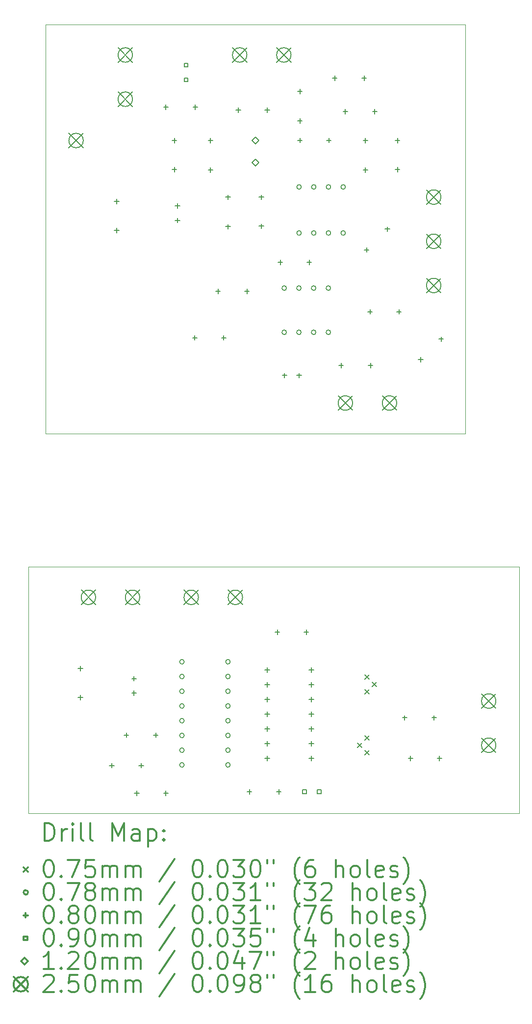
<source format=gbr>
%FSLAX45Y45*%
G04 Gerber Fmt 4.5, Leading zero omitted, Abs format (unit mm)*
G04 Created by KiCad (PCBNEW 5.1.5-1.fc30) date 2021-07-16 22:34:40*
%MOMM*%
%LPD*%
G04 APERTURE LIST*
%TA.AperFunction,Profile*%
%ADD10C,0.100000*%
%TD*%
%ADD11C,0.200000*%
%ADD12C,0.300000*%
G04 APERTURE END LIST*
D10*
X12100000Y-11150000D02*
X12100000Y-15400000D01*
X3625000Y-11150000D02*
X12100000Y-11150000D01*
X3625000Y-15400000D02*
X3625000Y-11150000D01*
X12100000Y-15400000D02*
X3625000Y-15400000D01*
X11175000Y-1800000D02*
X11175000Y-8850000D01*
X3925000Y-1800000D02*
X11175000Y-1800000D01*
X3925000Y-8850000D02*
X3925000Y-1800000D01*
X11175000Y-8850000D02*
X3925000Y-8850000D01*
D11*
X9310500Y-14185500D02*
X9385500Y-14260500D01*
X9385500Y-14185500D02*
X9310500Y-14260500D01*
X9437500Y-14058500D02*
X9512500Y-14133500D01*
X9512500Y-14058500D02*
X9437500Y-14133500D01*
X9437500Y-14312500D02*
X9512500Y-14387500D01*
X9512500Y-14312500D02*
X9437500Y-14387500D01*
X9437500Y-13012500D02*
X9512500Y-13087500D01*
X9512500Y-13012500D02*
X9437500Y-13087500D01*
X9437500Y-13266500D02*
X9512500Y-13341500D01*
X9512500Y-13266500D02*
X9437500Y-13341500D01*
X9564500Y-13139500D02*
X9639500Y-13214500D01*
X9639500Y-13139500D02*
X9564500Y-13214500D01*
X8083000Y-6344000D02*
G75*
G03X8083000Y-6344000I-39000J0D01*
G01*
X8083000Y-7106000D02*
G75*
G03X8083000Y-7106000I-39000J0D01*
G01*
X8337000Y-6344000D02*
G75*
G03X8337000Y-6344000I-39000J0D01*
G01*
X8337000Y-7106000D02*
G75*
G03X8337000Y-7106000I-39000J0D01*
G01*
X8591000Y-6344000D02*
G75*
G03X8591000Y-6344000I-39000J0D01*
G01*
X8591000Y-7106000D02*
G75*
G03X8591000Y-7106000I-39000J0D01*
G01*
X8845000Y-6344000D02*
G75*
G03X8845000Y-6344000I-39000J0D01*
G01*
X8845000Y-7106000D02*
G75*
G03X8845000Y-7106000I-39000J0D01*
G01*
X6317000Y-12786000D02*
G75*
G03X6317000Y-12786000I-39000J0D01*
G01*
X6317000Y-13040000D02*
G75*
G03X6317000Y-13040000I-39000J0D01*
G01*
X6317000Y-13294000D02*
G75*
G03X6317000Y-13294000I-39000J0D01*
G01*
X6317000Y-13548000D02*
G75*
G03X6317000Y-13548000I-39000J0D01*
G01*
X6317000Y-13802000D02*
G75*
G03X6317000Y-13802000I-39000J0D01*
G01*
X6317000Y-14056000D02*
G75*
G03X6317000Y-14056000I-39000J0D01*
G01*
X6317000Y-14310000D02*
G75*
G03X6317000Y-14310000I-39000J0D01*
G01*
X6317000Y-14564000D02*
G75*
G03X6317000Y-14564000I-39000J0D01*
G01*
X7111000Y-12786000D02*
G75*
G03X7111000Y-12786000I-39000J0D01*
G01*
X7111000Y-13040000D02*
G75*
G03X7111000Y-13040000I-39000J0D01*
G01*
X7111000Y-13294000D02*
G75*
G03X7111000Y-13294000I-39000J0D01*
G01*
X7111000Y-13548000D02*
G75*
G03X7111000Y-13548000I-39000J0D01*
G01*
X7111000Y-13802000D02*
G75*
G03X7111000Y-13802000I-39000J0D01*
G01*
X7111000Y-14056000D02*
G75*
G03X7111000Y-14056000I-39000J0D01*
G01*
X7111000Y-14310000D02*
G75*
G03X7111000Y-14310000I-39000J0D01*
G01*
X7111000Y-14564000D02*
G75*
G03X7111000Y-14564000I-39000J0D01*
G01*
X8339000Y-4600000D02*
G75*
G03X8339000Y-4600000I-39000J0D01*
G01*
X8339000Y-5394000D02*
G75*
G03X8339000Y-5394000I-39000J0D01*
G01*
X8593000Y-4600000D02*
G75*
G03X8593000Y-4600000I-39000J0D01*
G01*
X8593000Y-5394000D02*
G75*
G03X8593000Y-5394000I-39000J0D01*
G01*
X8847000Y-4600000D02*
G75*
G03X8847000Y-4600000I-39000J0D01*
G01*
X8847000Y-5394000D02*
G75*
G03X8847000Y-5394000I-39000J0D01*
G01*
X9101000Y-4600000D02*
G75*
G03X9101000Y-4600000I-39000J0D01*
G01*
X9101000Y-5394000D02*
G75*
G03X9101000Y-5394000I-39000J0D01*
G01*
X7975000Y-5860000D02*
X7975000Y-5940000D01*
X7935000Y-5900000D02*
X8015000Y-5900000D01*
X8475000Y-5860000D02*
X8475000Y-5940000D01*
X8435000Y-5900000D02*
X8515000Y-5900000D01*
X9100000Y-3260000D02*
X9100000Y-3340000D01*
X9060000Y-3300000D02*
X9140000Y-3300000D01*
X9608000Y-3260000D02*
X9608000Y-3340000D01*
X9568000Y-3300000D02*
X9648000Y-3300000D01*
X5150000Y-4810000D02*
X5150000Y-4890000D01*
X5110000Y-4850000D02*
X5190000Y-4850000D01*
X5150000Y-5310000D02*
X5150000Y-5390000D01*
X5110000Y-5350000D02*
X5190000Y-5350000D01*
X6500000Y-7160000D02*
X6500000Y-7240000D01*
X6460000Y-7200000D02*
X6540000Y-7200000D01*
X7000000Y-7160000D02*
X7000000Y-7240000D01*
X6960000Y-7200000D02*
X7040000Y-7200000D01*
X6200000Y-4885000D02*
X6200000Y-4965000D01*
X6160000Y-4925000D02*
X6240000Y-4925000D01*
X6200000Y-5135000D02*
X6200000Y-5215000D01*
X6160000Y-5175000D02*
X6240000Y-5175000D01*
X7650000Y-4735000D02*
X7650000Y-4815000D01*
X7610000Y-4775000D02*
X7690000Y-4775000D01*
X7650000Y-5235000D02*
X7650000Y-5315000D01*
X7610000Y-5275000D02*
X7690000Y-5275000D01*
X6900000Y-6360000D02*
X6900000Y-6440000D01*
X6860000Y-6400000D02*
X6940000Y-6400000D01*
X7400000Y-6360000D02*
X7400000Y-6440000D01*
X7360000Y-6400000D02*
X7440000Y-6400000D01*
X10000000Y-3760000D02*
X10000000Y-3840000D01*
X9960000Y-3800000D02*
X10040000Y-3800000D01*
X10000000Y-4260000D02*
X10000000Y-4340000D01*
X9960000Y-4300000D02*
X10040000Y-4300000D01*
X7075000Y-4735000D02*
X7075000Y-4815000D01*
X7035000Y-4775000D02*
X7115000Y-4775000D01*
X7075000Y-5243000D02*
X7075000Y-5323000D01*
X7035000Y-5283000D02*
X7115000Y-5283000D01*
X9025000Y-7635000D02*
X9025000Y-7715000D01*
X8985000Y-7675000D02*
X9065000Y-7675000D01*
X9533000Y-7635000D02*
X9533000Y-7715000D01*
X9493000Y-7675000D02*
X9573000Y-7675000D01*
X9446636Y-3758755D02*
X9446636Y-3838755D01*
X9406636Y-3798755D02*
X9486636Y-3798755D01*
X9446636Y-4266755D02*
X9446636Y-4346755D01*
X9406636Y-4306755D02*
X9486636Y-4306755D01*
X6772589Y-3757632D02*
X6772589Y-3837632D01*
X6732589Y-3797632D02*
X6812589Y-3797632D01*
X6772589Y-4265632D02*
X6772589Y-4345632D01*
X6732589Y-4305632D02*
X6812589Y-4305632D01*
X8313767Y-3755168D02*
X8313767Y-3835168D01*
X8273767Y-3795168D02*
X8353767Y-3795168D01*
X8813767Y-3755168D02*
X8813767Y-3835168D01*
X8773767Y-3795168D02*
X8853767Y-3795168D01*
X9525000Y-6710000D02*
X9525000Y-6790000D01*
X9485000Y-6750000D02*
X9565000Y-6750000D01*
X10025000Y-6710000D02*
X10025000Y-6790000D01*
X9985000Y-6750000D02*
X10065000Y-6750000D01*
X5317000Y-14010000D02*
X5317000Y-14090000D01*
X5277000Y-14050000D02*
X5357000Y-14050000D01*
X5825000Y-14010000D02*
X5825000Y-14090000D01*
X5785000Y-14050000D02*
X5865000Y-14050000D01*
X8050000Y-7810000D02*
X8050000Y-7890000D01*
X8010000Y-7850000D02*
X8090000Y-7850000D01*
X8300000Y-7810000D02*
X8300000Y-7890000D01*
X8260000Y-7850000D02*
X8340000Y-7850000D01*
X10125000Y-13710000D02*
X10125000Y-13790000D01*
X10085000Y-13750000D02*
X10165000Y-13750000D01*
X10633000Y-13710000D02*
X10633000Y-13790000D01*
X10593000Y-13750000D02*
X10673000Y-13750000D01*
X8314565Y-2914008D02*
X8314565Y-2994008D01*
X8274565Y-2954008D02*
X8354565Y-2954008D01*
X8314565Y-3422008D02*
X8314565Y-3502008D01*
X8274565Y-3462008D02*
X8354565Y-3462008D01*
X10400000Y-7535000D02*
X10400000Y-7615000D01*
X10360000Y-7575000D02*
X10440000Y-7575000D01*
X10753553Y-7181447D02*
X10753553Y-7261447D01*
X10713553Y-7221447D02*
X10793553Y-7221447D01*
X5067000Y-14535000D02*
X5067000Y-14615000D01*
X5027000Y-14575000D02*
X5107000Y-14575000D01*
X5575000Y-14535000D02*
X5575000Y-14615000D01*
X5535000Y-14575000D02*
X5615000Y-14575000D01*
X4525000Y-12860000D02*
X4525000Y-12940000D01*
X4485000Y-12900000D02*
X4565000Y-12900000D01*
X4525000Y-13360000D02*
X4525000Y-13440000D01*
X4485000Y-13400000D02*
X4565000Y-13400000D01*
X10225000Y-14410000D02*
X10225000Y-14490000D01*
X10185000Y-14450000D02*
X10265000Y-14450000D01*
X10725000Y-14410000D02*
X10725000Y-14490000D01*
X10685000Y-14450000D02*
X10765000Y-14450000D01*
X6146889Y-3757632D02*
X6146889Y-3837632D01*
X6106889Y-3797632D02*
X6186889Y-3797632D01*
X6146889Y-4257632D02*
X6146889Y-4337632D01*
X6106889Y-4297632D02*
X6186889Y-4297632D01*
X7442000Y-14985000D02*
X7442000Y-15065000D01*
X7402000Y-15025000D02*
X7482000Y-15025000D01*
X7950000Y-14985000D02*
X7950000Y-15065000D01*
X7910000Y-15025000D02*
X7990000Y-15025000D01*
X7750000Y-12885000D02*
X7750000Y-12965000D01*
X7710000Y-12925000D02*
X7790000Y-12925000D01*
X7750000Y-13139000D02*
X7750000Y-13219000D01*
X7710000Y-13179000D02*
X7790000Y-13179000D01*
X7750000Y-13393000D02*
X7750000Y-13473000D01*
X7710000Y-13433000D02*
X7790000Y-13433000D01*
X7750000Y-13647000D02*
X7750000Y-13727000D01*
X7710000Y-13687000D02*
X7790000Y-13687000D01*
X7750000Y-13901000D02*
X7750000Y-13981000D01*
X7710000Y-13941000D02*
X7790000Y-13941000D01*
X7750000Y-14155000D02*
X7750000Y-14235000D01*
X7710000Y-14195000D02*
X7790000Y-14195000D01*
X7750000Y-14409000D02*
X7750000Y-14489000D01*
X7710000Y-14449000D02*
X7790000Y-14449000D01*
X8512000Y-12885000D02*
X8512000Y-12965000D01*
X8472000Y-12925000D02*
X8552000Y-12925000D01*
X8512000Y-13139000D02*
X8512000Y-13219000D01*
X8472000Y-13179000D02*
X8552000Y-13179000D01*
X8512000Y-13393000D02*
X8512000Y-13473000D01*
X8472000Y-13433000D02*
X8552000Y-13433000D01*
X8512000Y-13647000D02*
X8512000Y-13727000D01*
X8472000Y-13687000D02*
X8552000Y-13687000D01*
X8512000Y-13901000D02*
X8512000Y-13981000D01*
X8472000Y-13941000D02*
X8552000Y-13941000D01*
X8512000Y-14155000D02*
X8512000Y-14235000D01*
X8472000Y-14195000D02*
X8552000Y-14195000D01*
X8512000Y-14409000D02*
X8512000Y-14489000D01*
X8472000Y-14449000D02*
X8552000Y-14449000D01*
X5500000Y-15010000D02*
X5500000Y-15090000D01*
X5460000Y-15050000D02*
X5540000Y-15050000D01*
X6000000Y-15010000D02*
X6000000Y-15090000D01*
X5960000Y-15050000D02*
X6040000Y-15050000D01*
X9465790Y-5644210D02*
X9465790Y-5724210D01*
X9425790Y-5684210D02*
X9505790Y-5684210D01*
X9825000Y-5285000D02*
X9825000Y-5365000D01*
X9785000Y-5325000D02*
X9865000Y-5325000D01*
X7250000Y-3235000D02*
X7250000Y-3315000D01*
X7210000Y-3275000D02*
X7290000Y-3275000D01*
X7750000Y-3235000D02*
X7750000Y-3315000D01*
X7710000Y-3275000D02*
X7790000Y-3275000D01*
X7925000Y-12235000D02*
X7925000Y-12315000D01*
X7885000Y-12275000D02*
X7965000Y-12275000D01*
X8425000Y-12235000D02*
X8425000Y-12315000D01*
X8385000Y-12275000D02*
X8465000Y-12275000D01*
X6000000Y-3185000D02*
X6000000Y-3265000D01*
X5960000Y-3225000D02*
X6040000Y-3225000D01*
X6508000Y-3185000D02*
X6508000Y-3265000D01*
X6468000Y-3225000D02*
X6548000Y-3225000D01*
X8917000Y-2685000D02*
X8917000Y-2765000D01*
X8877000Y-2725000D02*
X8957000Y-2725000D01*
X9425000Y-2685000D02*
X9425000Y-2765000D01*
X9385000Y-2725000D02*
X9465000Y-2725000D01*
X5450000Y-13035000D02*
X5450000Y-13115000D01*
X5410000Y-13075000D02*
X5490000Y-13075000D01*
X5450000Y-13285000D02*
X5450000Y-13365000D01*
X5410000Y-13325000D02*
X5490000Y-13325000D01*
X8427820Y-15056820D02*
X8427820Y-14993180D01*
X8364180Y-14993180D01*
X8364180Y-15056820D01*
X8427820Y-15056820D01*
X8681820Y-15056820D02*
X8681820Y-14993180D01*
X8618180Y-14993180D01*
X8618180Y-15056820D01*
X8681820Y-15056820D01*
X6381820Y-2531820D02*
X6381820Y-2468180D01*
X6318180Y-2468180D01*
X6318180Y-2531820D01*
X6381820Y-2531820D01*
X6381820Y-2785820D02*
X6381820Y-2722180D01*
X6318180Y-2722180D01*
X6318180Y-2785820D01*
X6381820Y-2785820D01*
X7549775Y-3857632D02*
X7609775Y-3797632D01*
X7549775Y-3737632D01*
X7489775Y-3797632D01*
X7549775Y-3857632D01*
X7549775Y-4238632D02*
X7609775Y-4178632D01*
X7549775Y-4118632D01*
X7489775Y-4178632D01*
X7549775Y-4238632D01*
X5175032Y-2200032D02*
X5424968Y-2449968D01*
X5424968Y-2200032D02*
X5175032Y-2449968D01*
X5424968Y-2325000D02*
G75*
G03X5424968Y-2325000I-124968J0D01*
G01*
X5175032Y-2962032D02*
X5424968Y-3211968D01*
X5424968Y-2962032D02*
X5175032Y-3211968D01*
X5424968Y-3087000D02*
G75*
G03X5424968Y-3087000I-124968J0D01*
G01*
X11450032Y-13338032D02*
X11699968Y-13587968D01*
X11699968Y-13338032D02*
X11450032Y-13587968D01*
X11699968Y-13463000D02*
G75*
G03X11699968Y-13463000I-124968J0D01*
G01*
X11450032Y-14100032D02*
X11699968Y-14349968D01*
X11699968Y-14100032D02*
X11450032Y-14349968D01*
X11699968Y-14225000D02*
G75*
G03X11699968Y-14225000I-124968J0D01*
G01*
X4538032Y-11550032D02*
X4787968Y-11799968D01*
X4787968Y-11550032D02*
X4538032Y-11799968D01*
X4787968Y-11675000D02*
G75*
G03X4787968Y-11675000I-124968J0D01*
G01*
X5300032Y-11550032D02*
X5549968Y-11799968D01*
X5549968Y-11550032D02*
X5300032Y-11799968D01*
X5549968Y-11675000D02*
G75*
G03X5549968Y-11675000I-124968J0D01*
G01*
X4325032Y-3675032D02*
X4574968Y-3924968D01*
X4574968Y-3675032D02*
X4325032Y-3924968D01*
X4574968Y-3800000D02*
G75*
G03X4574968Y-3800000I-124968J0D01*
G01*
X6313032Y-11550032D02*
X6562968Y-11799968D01*
X6562968Y-11550032D02*
X6313032Y-11799968D01*
X6562968Y-11675000D02*
G75*
G03X6562968Y-11675000I-124968J0D01*
G01*
X7075032Y-11550032D02*
X7324968Y-11799968D01*
X7324968Y-11550032D02*
X7075032Y-11799968D01*
X7324968Y-11675000D02*
G75*
G03X7324968Y-11675000I-124968J0D01*
G01*
X8975032Y-8200032D02*
X9224968Y-8449968D01*
X9224968Y-8200032D02*
X8975032Y-8449968D01*
X9224968Y-8325000D02*
G75*
G03X9224968Y-8325000I-124968J0D01*
G01*
X9737032Y-8200032D02*
X9986968Y-8449968D01*
X9986968Y-8200032D02*
X9737032Y-8449968D01*
X9986968Y-8325000D02*
G75*
G03X9986968Y-8325000I-124968J0D01*
G01*
X10500032Y-4650032D02*
X10749968Y-4899968D01*
X10749968Y-4650032D02*
X10500032Y-4899968D01*
X10749968Y-4775000D02*
G75*
G03X10749968Y-4775000I-124968J0D01*
G01*
X10500032Y-5412032D02*
X10749968Y-5661968D01*
X10749968Y-5412032D02*
X10500032Y-5661968D01*
X10749968Y-5537000D02*
G75*
G03X10749968Y-5537000I-124968J0D01*
G01*
X10500032Y-6174032D02*
X10749968Y-6423968D01*
X10749968Y-6174032D02*
X10500032Y-6423968D01*
X10749968Y-6299000D02*
G75*
G03X10749968Y-6299000I-124968J0D01*
G01*
X7150032Y-2200032D02*
X7399968Y-2449968D01*
X7399968Y-2200032D02*
X7150032Y-2449968D01*
X7399968Y-2325000D02*
G75*
G03X7399968Y-2325000I-124968J0D01*
G01*
X7912032Y-2200032D02*
X8161968Y-2449968D01*
X8161968Y-2200032D02*
X7912032Y-2449968D01*
X8161968Y-2325000D02*
G75*
G03X8161968Y-2325000I-124968J0D01*
G01*
D12*
X3906428Y-15870714D02*
X3906428Y-15570714D01*
X3977857Y-15570714D01*
X4020714Y-15585000D01*
X4049286Y-15613571D01*
X4063571Y-15642143D01*
X4077857Y-15699286D01*
X4077857Y-15742143D01*
X4063571Y-15799286D01*
X4049286Y-15827857D01*
X4020714Y-15856429D01*
X3977857Y-15870714D01*
X3906428Y-15870714D01*
X4206428Y-15870714D02*
X4206428Y-15670714D01*
X4206428Y-15727857D02*
X4220714Y-15699286D01*
X4235000Y-15685000D01*
X4263571Y-15670714D01*
X4292143Y-15670714D01*
X4392143Y-15870714D02*
X4392143Y-15670714D01*
X4392143Y-15570714D02*
X4377857Y-15585000D01*
X4392143Y-15599286D01*
X4406428Y-15585000D01*
X4392143Y-15570714D01*
X4392143Y-15599286D01*
X4577857Y-15870714D02*
X4549286Y-15856429D01*
X4535000Y-15827857D01*
X4535000Y-15570714D01*
X4735000Y-15870714D02*
X4706428Y-15856429D01*
X4692143Y-15827857D01*
X4692143Y-15570714D01*
X5077857Y-15870714D02*
X5077857Y-15570714D01*
X5177857Y-15785000D01*
X5277857Y-15570714D01*
X5277857Y-15870714D01*
X5549286Y-15870714D02*
X5549286Y-15713571D01*
X5535000Y-15685000D01*
X5506428Y-15670714D01*
X5449286Y-15670714D01*
X5420714Y-15685000D01*
X5549286Y-15856429D02*
X5520714Y-15870714D01*
X5449286Y-15870714D01*
X5420714Y-15856429D01*
X5406428Y-15827857D01*
X5406428Y-15799286D01*
X5420714Y-15770714D01*
X5449286Y-15756429D01*
X5520714Y-15756429D01*
X5549286Y-15742143D01*
X5692143Y-15670714D02*
X5692143Y-15970714D01*
X5692143Y-15685000D02*
X5720714Y-15670714D01*
X5777857Y-15670714D01*
X5806428Y-15685000D01*
X5820714Y-15699286D01*
X5835000Y-15727857D01*
X5835000Y-15813571D01*
X5820714Y-15842143D01*
X5806428Y-15856429D01*
X5777857Y-15870714D01*
X5720714Y-15870714D01*
X5692143Y-15856429D01*
X5963571Y-15842143D02*
X5977857Y-15856429D01*
X5963571Y-15870714D01*
X5949286Y-15856429D01*
X5963571Y-15842143D01*
X5963571Y-15870714D01*
X5963571Y-15685000D02*
X5977857Y-15699286D01*
X5963571Y-15713571D01*
X5949286Y-15699286D01*
X5963571Y-15685000D01*
X5963571Y-15713571D01*
X3545000Y-16327500D02*
X3620000Y-16402500D01*
X3620000Y-16327500D02*
X3545000Y-16402500D01*
X3963571Y-16200714D02*
X3992143Y-16200714D01*
X4020714Y-16215000D01*
X4035000Y-16229286D01*
X4049286Y-16257857D01*
X4063571Y-16315000D01*
X4063571Y-16386429D01*
X4049286Y-16443571D01*
X4035000Y-16472143D01*
X4020714Y-16486429D01*
X3992143Y-16500714D01*
X3963571Y-16500714D01*
X3935000Y-16486429D01*
X3920714Y-16472143D01*
X3906428Y-16443571D01*
X3892143Y-16386429D01*
X3892143Y-16315000D01*
X3906428Y-16257857D01*
X3920714Y-16229286D01*
X3935000Y-16215000D01*
X3963571Y-16200714D01*
X4192143Y-16472143D02*
X4206428Y-16486429D01*
X4192143Y-16500714D01*
X4177857Y-16486429D01*
X4192143Y-16472143D01*
X4192143Y-16500714D01*
X4306428Y-16200714D02*
X4506428Y-16200714D01*
X4377857Y-16500714D01*
X4763571Y-16200714D02*
X4620714Y-16200714D01*
X4606428Y-16343571D01*
X4620714Y-16329286D01*
X4649286Y-16315000D01*
X4720714Y-16315000D01*
X4749286Y-16329286D01*
X4763571Y-16343571D01*
X4777857Y-16372143D01*
X4777857Y-16443571D01*
X4763571Y-16472143D01*
X4749286Y-16486429D01*
X4720714Y-16500714D01*
X4649286Y-16500714D01*
X4620714Y-16486429D01*
X4606428Y-16472143D01*
X4906428Y-16500714D02*
X4906428Y-16300714D01*
X4906428Y-16329286D02*
X4920714Y-16315000D01*
X4949286Y-16300714D01*
X4992143Y-16300714D01*
X5020714Y-16315000D01*
X5035000Y-16343571D01*
X5035000Y-16500714D01*
X5035000Y-16343571D02*
X5049286Y-16315000D01*
X5077857Y-16300714D01*
X5120714Y-16300714D01*
X5149286Y-16315000D01*
X5163571Y-16343571D01*
X5163571Y-16500714D01*
X5306428Y-16500714D02*
X5306428Y-16300714D01*
X5306428Y-16329286D02*
X5320714Y-16315000D01*
X5349286Y-16300714D01*
X5392143Y-16300714D01*
X5420714Y-16315000D01*
X5435000Y-16343571D01*
X5435000Y-16500714D01*
X5435000Y-16343571D02*
X5449286Y-16315000D01*
X5477857Y-16300714D01*
X5520714Y-16300714D01*
X5549286Y-16315000D01*
X5563571Y-16343571D01*
X5563571Y-16500714D01*
X6149286Y-16186429D02*
X5892143Y-16572143D01*
X6535000Y-16200714D02*
X6563571Y-16200714D01*
X6592143Y-16215000D01*
X6606428Y-16229286D01*
X6620714Y-16257857D01*
X6635000Y-16315000D01*
X6635000Y-16386429D01*
X6620714Y-16443571D01*
X6606428Y-16472143D01*
X6592143Y-16486429D01*
X6563571Y-16500714D01*
X6535000Y-16500714D01*
X6506428Y-16486429D01*
X6492143Y-16472143D01*
X6477857Y-16443571D01*
X6463571Y-16386429D01*
X6463571Y-16315000D01*
X6477857Y-16257857D01*
X6492143Y-16229286D01*
X6506428Y-16215000D01*
X6535000Y-16200714D01*
X6763571Y-16472143D02*
X6777857Y-16486429D01*
X6763571Y-16500714D01*
X6749286Y-16486429D01*
X6763571Y-16472143D01*
X6763571Y-16500714D01*
X6963571Y-16200714D02*
X6992143Y-16200714D01*
X7020714Y-16215000D01*
X7035000Y-16229286D01*
X7049286Y-16257857D01*
X7063571Y-16315000D01*
X7063571Y-16386429D01*
X7049286Y-16443571D01*
X7035000Y-16472143D01*
X7020714Y-16486429D01*
X6992143Y-16500714D01*
X6963571Y-16500714D01*
X6935000Y-16486429D01*
X6920714Y-16472143D01*
X6906428Y-16443571D01*
X6892143Y-16386429D01*
X6892143Y-16315000D01*
X6906428Y-16257857D01*
X6920714Y-16229286D01*
X6935000Y-16215000D01*
X6963571Y-16200714D01*
X7163571Y-16200714D02*
X7349286Y-16200714D01*
X7249286Y-16315000D01*
X7292143Y-16315000D01*
X7320714Y-16329286D01*
X7335000Y-16343571D01*
X7349286Y-16372143D01*
X7349286Y-16443571D01*
X7335000Y-16472143D01*
X7320714Y-16486429D01*
X7292143Y-16500714D01*
X7206428Y-16500714D01*
X7177857Y-16486429D01*
X7163571Y-16472143D01*
X7535000Y-16200714D02*
X7563571Y-16200714D01*
X7592143Y-16215000D01*
X7606428Y-16229286D01*
X7620714Y-16257857D01*
X7635000Y-16315000D01*
X7635000Y-16386429D01*
X7620714Y-16443571D01*
X7606428Y-16472143D01*
X7592143Y-16486429D01*
X7563571Y-16500714D01*
X7535000Y-16500714D01*
X7506428Y-16486429D01*
X7492143Y-16472143D01*
X7477857Y-16443571D01*
X7463571Y-16386429D01*
X7463571Y-16315000D01*
X7477857Y-16257857D01*
X7492143Y-16229286D01*
X7506428Y-16215000D01*
X7535000Y-16200714D01*
X7749286Y-16200714D02*
X7749286Y-16257857D01*
X7863571Y-16200714D02*
X7863571Y-16257857D01*
X8306428Y-16615000D02*
X8292143Y-16600714D01*
X8263571Y-16557857D01*
X8249286Y-16529286D01*
X8235000Y-16486429D01*
X8220714Y-16415000D01*
X8220714Y-16357857D01*
X8235000Y-16286429D01*
X8249286Y-16243571D01*
X8263571Y-16215000D01*
X8292143Y-16172143D01*
X8306428Y-16157857D01*
X8549286Y-16200714D02*
X8492143Y-16200714D01*
X8463571Y-16215000D01*
X8449286Y-16229286D01*
X8420714Y-16272143D01*
X8406428Y-16329286D01*
X8406428Y-16443571D01*
X8420714Y-16472143D01*
X8435000Y-16486429D01*
X8463571Y-16500714D01*
X8520714Y-16500714D01*
X8549286Y-16486429D01*
X8563571Y-16472143D01*
X8577857Y-16443571D01*
X8577857Y-16372143D01*
X8563571Y-16343571D01*
X8549286Y-16329286D01*
X8520714Y-16315000D01*
X8463571Y-16315000D01*
X8435000Y-16329286D01*
X8420714Y-16343571D01*
X8406428Y-16372143D01*
X8935000Y-16500714D02*
X8935000Y-16200714D01*
X9063571Y-16500714D02*
X9063571Y-16343571D01*
X9049286Y-16315000D01*
X9020714Y-16300714D01*
X8977857Y-16300714D01*
X8949286Y-16315000D01*
X8935000Y-16329286D01*
X9249286Y-16500714D02*
X9220714Y-16486429D01*
X9206428Y-16472143D01*
X9192143Y-16443571D01*
X9192143Y-16357857D01*
X9206428Y-16329286D01*
X9220714Y-16315000D01*
X9249286Y-16300714D01*
X9292143Y-16300714D01*
X9320714Y-16315000D01*
X9335000Y-16329286D01*
X9349286Y-16357857D01*
X9349286Y-16443571D01*
X9335000Y-16472143D01*
X9320714Y-16486429D01*
X9292143Y-16500714D01*
X9249286Y-16500714D01*
X9520714Y-16500714D02*
X9492143Y-16486429D01*
X9477857Y-16457857D01*
X9477857Y-16200714D01*
X9749286Y-16486429D02*
X9720714Y-16500714D01*
X9663571Y-16500714D01*
X9635000Y-16486429D01*
X9620714Y-16457857D01*
X9620714Y-16343571D01*
X9635000Y-16315000D01*
X9663571Y-16300714D01*
X9720714Y-16300714D01*
X9749286Y-16315000D01*
X9763571Y-16343571D01*
X9763571Y-16372143D01*
X9620714Y-16400714D01*
X9877857Y-16486429D02*
X9906428Y-16500714D01*
X9963571Y-16500714D01*
X9992143Y-16486429D01*
X10006428Y-16457857D01*
X10006428Y-16443571D01*
X9992143Y-16415000D01*
X9963571Y-16400714D01*
X9920714Y-16400714D01*
X9892143Y-16386429D01*
X9877857Y-16357857D01*
X9877857Y-16343571D01*
X9892143Y-16315000D01*
X9920714Y-16300714D01*
X9963571Y-16300714D01*
X9992143Y-16315000D01*
X10106428Y-16615000D02*
X10120714Y-16600714D01*
X10149286Y-16557857D01*
X10163571Y-16529286D01*
X10177857Y-16486429D01*
X10192143Y-16415000D01*
X10192143Y-16357857D01*
X10177857Y-16286429D01*
X10163571Y-16243571D01*
X10149286Y-16215000D01*
X10120714Y-16172143D01*
X10106428Y-16157857D01*
X3620000Y-16761000D02*
G75*
G03X3620000Y-16761000I-39000J0D01*
G01*
X3963571Y-16596714D02*
X3992143Y-16596714D01*
X4020714Y-16611000D01*
X4035000Y-16625286D01*
X4049286Y-16653857D01*
X4063571Y-16711000D01*
X4063571Y-16782429D01*
X4049286Y-16839572D01*
X4035000Y-16868143D01*
X4020714Y-16882429D01*
X3992143Y-16896714D01*
X3963571Y-16896714D01*
X3935000Y-16882429D01*
X3920714Y-16868143D01*
X3906428Y-16839572D01*
X3892143Y-16782429D01*
X3892143Y-16711000D01*
X3906428Y-16653857D01*
X3920714Y-16625286D01*
X3935000Y-16611000D01*
X3963571Y-16596714D01*
X4192143Y-16868143D02*
X4206428Y-16882429D01*
X4192143Y-16896714D01*
X4177857Y-16882429D01*
X4192143Y-16868143D01*
X4192143Y-16896714D01*
X4306428Y-16596714D02*
X4506428Y-16596714D01*
X4377857Y-16896714D01*
X4663571Y-16725286D02*
X4635000Y-16711000D01*
X4620714Y-16696714D01*
X4606428Y-16668143D01*
X4606428Y-16653857D01*
X4620714Y-16625286D01*
X4635000Y-16611000D01*
X4663571Y-16596714D01*
X4720714Y-16596714D01*
X4749286Y-16611000D01*
X4763571Y-16625286D01*
X4777857Y-16653857D01*
X4777857Y-16668143D01*
X4763571Y-16696714D01*
X4749286Y-16711000D01*
X4720714Y-16725286D01*
X4663571Y-16725286D01*
X4635000Y-16739571D01*
X4620714Y-16753857D01*
X4606428Y-16782429D01*
X4606428Y-16839572D01*
X4620714Y-16868143D01*
X4635000Y-16882429D01*
X4663571Y-16896714D01*
X4720714Y-16896714D01*
X4749286Y-16882429D01*
X4763571Y-16868143D01*
X4777857Y-16839572D01*
X4777857Y-16782429D01*
X4763571Y-16753857D01*
X4749286Y-16739571D01*
X4720714Y-16725286D01*
X4906428Y-16896714D02*
X4906428Y-16696714D01*
X4906428Y-16725286D02*
X4920714Y-16711000D01*
X4949286Y-16696714D01*
X4992143Y-16696714D01*
X5020714Y-16711000D01*
X5035000Y-16739571D01*
X5035000Y-16896714D01*
X5035000Y-16739571D02*
X5049286Y-16711000D01*
X5077857Y-16696714D01*
X5120714Y-16696714D01*
X5149286Y-16711000D01*
X5163571Y-16739571D01*
X5163571Y-16896714D01*
X5306428Y-16896714D02*
X5306428Y-16696714D01*
X5306428Y-16725286D02*
X5320714Y-16711000D01*
X5349286Y-16696714D01*
X5392143Y-16696714D01*
X5420714Y-16711000D01*
X5435000Y-16739571D01*
X5435000Y-16896714D01*
X5435000Y-16739571D02*
X5449286Y-16711000D01*
X5477857Y-16696714D01*
X5520714Y-16696714D01*
X5549286Y-16711000D01*
X5563571Y-16739571D01*
X5563571Y-16896714D01*
X6149286Y-16582429D02*
X5892143Y-16968143D01*
X6535000Y-16596714D02*
X6563571Y-16596714D01*
X6592143Y-16611000D01*
X6606428Y-16625286D01*
X6620714Y-16653857D01*
X6635000Y-16711000D01*
X6635000Y-16782429D01*
X6620714Y-16839572D01*
X6606428Y-16868143D01*
X6592143Y-16882429D01*
X6563571Y-16896714D01*
X6535000Y-16896714D01*
X6506428Y-16882429D01*
X6492143Y-16868143D01*
X6477857Y-16839572D01*
X6463571Y-16782429D01*
X6463571Y-16711000D01*
X6477857Y-16653857D01*
X6492143Y-16625286D01*
X6506428Y-16611000D01*
X6535000Y-16596714D01*
X6763571Y-16868143D02*
X6777857Y-16882429D01*
X6763571Y-16896714D01*
X6749286Y-16882429D01*
X6763571Y-16868143D01*
X6763571Y-16896714D01*
X6963571Y-16596714D02*
X6992143Y-16596714D01*
X7020714Y-16611000D01*
X7035000Y-16625286D01*
X7049286Y-16653857D01*
X7063571Y-16711000D01*
X7063571Y-16782429D01*
X7049286Y-16839572D01*
X7035000Y-16868143D01*
X7020714Y-16882429D01*
X6992143Y-16896714D01*
X6963571Y-16896714D01*
X6935000Y-16882429D01*
X6920714Y-16868143D01*
X6906428Y-16839572D01*
X6892143Y-16782429D01*
X6892143Y-16711000D01*
X6906428Y-16653857D01*
X6920714Y-16625286D01*
X6935000Y-16611000D01*
X6963571Y-16596714D01*
X7163571Y-16596714D02*
X7349286Y-16596714D01*
X7249286Y-16711000D01*
X7292143Y-16711000D01*
X7320714Y-16725286D01*
X7335000Y-16739571D01*
X7349286Y-16768143D01*
X7349286Y-16839572D01*
X7335000Y-16868143D01*
X7320714Y-16882429D01*
X7292143Y-16896714D01*
X7206428Y-16896714D01*
X7177857Y-16882429D01*
X7163571Y-16868143D01*
X7635000Y-16896714D02*
X7463571Y-16896714D01*
X7549286Y-16896714D02*
X7549286Y-16596714D01*
X7520714Y-16639571D01*
X7492143Y-16668143D01*
X7463571Y-16682429D01*
X7749286Y-16596714D02*
X7749286Y-16653857D01*
X7863571Y-16596714D02*
X7863571Y-16653857D01*
X8306428Y-17011000D02*
X8292143Y-16996714D01*
X8263571Y-16953857D01*
X8249286Y-16925286D01*
X8235000Y-16882429D01*
X8220714Y-16811000D01*
X8220714Y-16753857D01*
X8235000Y-16682429D01*
X8249286Y-16639571D01*
X8263571Y-16611000D01*
X8292143Y-16568143D01*
X8306428Y-16553857D01*
X8392143Y-16596714D02*
X8577857Y-16596714D01*
X8477857Y-16711000D01*
X8520714Y-16711000D01*
X8549286Y-16725286D01*
X8563571Y-16739571D01*
X8577857Y-16768143D01*
X8577857Y-16839572D01*
X8563571Y-16868143D01*
X8549286Y-16882429D01*
X8520714Y-16896714D01*
X8435000Y-16896714D01*
X8406428Y-16882429D01*
X8392143Y-16868143D01*
X8692143Y-16625286D02*
X8706428Y-16611000D01*
X8735000Y-16596714D01*
X8806428Y-16596714D01*
X8835000Y-16611000D01*
X8849286Y-16625286D01*
X8863571Y-16653857D01*
X8863571Y-16682429D01*
X8849286Y-16725286D01*
X8677857Y-16896714D01*
X8863571Y-16896714D01*
X9220714Y-16896714D02*
X9220714Y-16596714D01*
X9349286Y-16896714D02*
X9349286Y-16739571D01*
X9335000Y-16711000D01*
X9306428Y-16696714D01*
X9263571Y-16696714D01*
X9235000Y-16711000D01*
X9220714Y-16725286D01*
X9535000Y-16896714D02*
X9506428Y-16882429D01*
X9492143Y-16868143D01*
X9477857Y-16839572D01*
X9477857Y-16753857D01*
X9492143Y-16725286D01*
X9506428Y-16711000D01*
X9535000Y-16696714D01*
X9577857Y-16696714D01*
X9606428Y-16711000D01*
X9620714Y-16725286D01*
X9635000Y-16753857D01*
X9635000Y-16839572D01*
X9620714Y-16868143D01*
X9606428Y-16882429D01*
X9577857Y-16896714D01*
X9535000Y-16896714D01*
X9806428Y-16896714D02*
X9777857Y-16882429D01*
X9763571Y-16853857D01*
X9763571Y-16596714D01*
X10035000Y-16882429D02*
X10006428Y-16896714D01*
X9949286Y-16896714D01*
X9920714Y-16882429D01*
X9906428Y-16853857D01*
X9906428Y-16739571D01*
X9920714Y-16711000D01*
X9949286Y-16696714D01*
X10006428Y-16696714D01*
X10035000Y-16711000D01*
X10049286Y-16739571D01*
X10049286Y-16768143D01*
X9906428Y-16796714D01*
X10163571Y-16882429D02*
X10192143Y-16896714D01*
X10249286Y-16896714D01*
X10277857Y-16882429D01*
X10292143Y-16853857D01*
X10292143Y-16839572D01*
X10277857Y-16811000D01*
X10249286Y-16796714D01*
X10206428Y-16796714D01*
X10177857Y-16782429D01*
X10163571Y-16753857D01*
X10163571Y-16739571D01*
X10177857Y-16711000D01*
X10206428Y-16696714D01*
X10249286Y-16696714D01*
X10277857Y-16711000D01*
X10392143Y-17011000D02*
X10406428Y-16996714D01*
X10435000Y-16953857D01*
X10449286Y-16925286D01*
X10463571Y-16882429D01*
X10477857Y-16811000D01*
X10477857Y-16753857D01*
X10463571Y-16682429D01*
X10449286Y-16639571D01*
X10435000Y-16611000D01*
X10406428Y-16568143D01*
X10392143Y-16553857D01*
X3580000Y-17117000D02*
X3580000Y-17197000D01*
X3540000Y-17157000D02*
X3620000Y-17157000D01*
X3963571Y-16992714D02*
X3992143Y-16992714D01*
X4020714Y-17007000D01*
X4035000Y-17021286D01*
X4049286Y-17049857D01*
X4063571Y-17107000D01*
X4063571Y-17178429D01*
X4049286Y-17235572D01*
X4035000Y-17264143D01*
X4020714Y-17278429D01*
X3992143Y-17292714D01*
X3963571Y-17292714D01*
X3935000Y-17278429D01*
X3920714Y-17264143D01*
X3906428Y-17235572D01*
X3892143Y-17178429D01*
X3892143Y-17107000D01*
X3906428Y-17049857D01*
X3920714Y-17021286D01*
X3935000Y-17007000D01*
X3963571Y-16992714D01*
X4192143Y-17264143D02*
X4206428Y-17278429D01*
X4192143Y-17292714D01*
X4177857Y-17278429D01*
X4192143Y-17264143D01*
X4192143Y-17292714D01*
X4377857Y-17121286D02*
X4349286Y-17107000D01*
X4335000Y-17092714D01*
X4320714Y-17064143D01*
X4320714Y-17049857D01*
X4335000Y-17021286D01*
X4349286Y-17007000D01*
X4377857Y-16992714D01*
X4435000Y-16992714D01*
X4463571Y-17007000D01*
X4477857Y-17021286D01*
X4492143Y-17049857D01*
X4492143Y-17064143D01*
X4477857Y-17092714D01*
X4463571Y-17107000D01*
X4435000Y-17121286D01*
X4377857Y-17121286D01*
X4349286Y-17135572D01*
X4335000Y-17149857D01*
X4320714Y-17178429D01*
X4320714Y-17235572D01*
X4335000Y-17264143D01*
X4349286Y-17278429D01*
X4377857Y-17292714D01*
X4435000Y-17292714D01*
X4463571Y-17278429D01*
X4477857Y-17264143D01*
X4492143Y-17235572D01*
X4492143Y-17178429D01*
X4477857Y-17149857D01*
X4463571Y-17135572D01*
X4435000Y-17121286D01*
X4677857Y-16992714D02*
X4706428Y-16992714D01*
X4735000Y-17007000D01*
X4749286Y-17021286D01*
X4763571Y-17049857D01*
X4777857Y-17107000D01*
X4777857Y-17178429D01*
X4763571Y-17235572D01*
X4749286Y-17264143D01*
X4735000Y-17278429D01*
X4706428Y-17292714D01*
X4677857Y-17292714D01*
X4649286Y-17278429D01*
X4635000Y-17264143D01*
X4620714Y-17235572D01*
X4606428Y-17178429D01*
X4606428Y-17107000D01*
X4620714Y-17049857D01*
X4635000Y-17021286D01*
X4649286Y-17007000D01*
X4677857Y-16992714D01*
X4906428Y-17292714D02*
X4906428Y-17092714D01*
X4906428Y-17121286D02*
X4920714Y-17107000D01*
X4949286Y-17092714D01*
X4992143Y-17092714D01*
X5020714Y-17107000D01*
X5035000Y-17135572D01*
X5035000Y-17292714D01*
X5035000Y-17135572D02*
X5049286Y-17107000D01*
X5077857Y-17092714D01*
X5120714Y-17092714D01*
X5149286Y-17107000D01*
X5163571Y-17135572D01*
X5163571Y-17292714D01*
X5306428Y-17292714D02*
X5306428Y-17092714D01*
X5306428Y-17121286D02*
X5320714Y-17107000D01*
X5349286Y-17092714D01*
X5392143Y-17092714D01*
X5420714Y-17107000D01*
X5435000Y-17135572D01*
X5435000Y-17292714D01*
X5435000Y-17135572D02*
X5449286Y-17107000D01*
X5477857Y-17092714D01*
X5520714Y-17092714D01*
X5549286Y-17107000D01*
X5563571Y-17135572D01*
X5563571Y-17292714D01*
X6149286Y-16978429D02*
X5892143Y-17364143D01*
X6535000Y-16992714D02*
X6563571Y-16992714D01*
X6592143Y-17007000D01*
X6606428Y-17021286D01*
X6620714Y-17049857D01*
X6635000Y-17107000D01*
X6635000Y-17178429D01*
X6620714Y-17235572D01*
X6606428Y-17264143D01*
X6592143Y-17278429D01*
X6563571Y-17292714D01*
X6535000Y-17292714D01*
X6506428Y-17278429D01*
X6492143Y-17264143D01*
X6477857Y-17235572D01*
X6463571Y-17178429D01*
X6463571Y-17107000D01*
X6477857Y-17049857D01*
X6492143Y-17021286D01*
X6506428Y-17007000D01*
X6535000Y-16992714D01*
X6763571Y-17264143D02*
X6777857Y-17278429D01*
X6763571Y-17292714D01*
X6749286Y-17278429D01*
X6763571Y-17264143D01*
X6763571Y-17292714D01*
X6963571Y-16992714D02*
X6992143Y-16992714D01*
X7020714Y-17007000D01*
X7035000Y-17021286D01*
X7049286Y-17049857D01*
X7063571Y-17107000D01*
X7063571Y-17178429D01*
X7049286Y-17235572D01*
X7035000Y-17264143D01*
X7020714Y-17278429D01*
X6992143Y-17292714D01*
X6963571Y-17292714D01*
X6935000Y-17278429D01*
X6920714Y-17264143D01*
X6906428Y-17235572D01*
X6892143Y-17178429D01*
X6892143Y-17107000D01*
X6906428Y-17049857D01*
X6920714Y-17021286D01*
X6935000Y-17007000D01*
X6963571Y-16992714D01*
X7163571Y-16992714D02*
X7349286Y-16992714D01*
X7249286Y-17107000D01*
X7292143Y-17107000D01*
X7320714Y-17121286D01*
X7335000Y-17135572D01*
X7349286Y-17164143D01*
X7349286Y-17235572D01*
X7335000Y-17264143D01*
X7320714Y-17278429D01*
X7292143Y-17292714D01*
X7206428Y-17292714D01*
X7177857Y-17278429D01*
X7163571Y-17264143D01*
X7635000Y-17292714D02*
X7463571Y-17292714D01*
X7549286Y-17292714D02*
X7549286Y-16992714D01*
X7520714Y-17035572D01*
X7492143Y-17064143D01*
X7463571Y-17078429D01*
X7749286Y-16992714D02*
X7749286Y-17049857D01*
X7863571Y-16992714D02*
X7863571Y-17049857D01*
X8306428Y-17407000D02*
X8292143Y-17392714D01*
X8263571Y-17349857D01*
X8249286Y-17321286D01*
X8235000Y-17278429D01*
X8220714Y-17207000D01*
X8220714Y-17149857D01*
X8235000Y-17078429D01*
X8249286Y-17035572D01*
X8263571Y-17007000D01*
X8292143Y-16964143D01*
X8306428Y-16949857D01*
X8392143Y-16992714D02*
X8592143Y-16992714D01*
X8463571Y-17292714D01*
X8835000Y-16992714D02*
X8777857Y-16992714D01*
X8749286Y-17007000D01*
X8735000Y-17021286D01*
X8706428Y-17064143D01*
X8692143Y-17121286D01*
X8692143Y-17235572D01*
X8706428Y-17264143D01*
X8720714Y-17278429D01*
X8749286Y-17292714D01*
X8806428Y-17292714D01*
X8835000Y-17278429D01*
X8849286Y-17264143D01*
X8863571Y-17235572D01*
X8863571Y-17164143D01*
X8849286Y-17135572D01*
X8835000Y-17121286D01*
X8806428Y-17107000D01*
X8749286Y-17107000D01*
X8720714Y-17121286D01*
X8706428Y-17135572D01*
X8692143Y-17164143D01*
X9220714Y-17292714D02*
X9220714Y-16992714D01*
X9349286Y-17292714D02*
X9349286Y-17135572D01*
X9335000Y-17107000D01*
X9306428Y-17092714D01*
X9263571Y-17092714D01*
X9235000Y-17107000D01*
X9220714Y-17121286D01*
X9535000Y-17292714D02*
X9506428Y-17278429D01*
X9492143Y-17264143D01*
X9477857Y-17235572D01*
X9477857Y-17149857D01*
X9492143Y-17121286D01*
X9506428Y-17107000D01*
X9535000Y-17092714D01*
X9577857Y-17092714D01*
X9606428Y-17107000D01*
X9620714Y-17121286D01*
X9635000Y-17149857D01*
X9635000Y-17235572D01*
X9620714Y-17264143D01*
X9606428Y-17278429D01*
X9577857Y-17292714D01*
X9535000Y-17292714D01*
X9806428Y-17292714D02*
X9777857Y-17278429D01*
X9763571Y-17249857D01*
X9763571Y-16992714D01*
X10035000Y-17278429D02*
X10006428Y-17292714D01*
X9949286Y-17292714D01*
X9920714Y-17278429D01*
X9906428Y-17249857D01*
X9906428Y-17135572D01*
X9920714Y-17107000D01*
X9949286Y-17092714D01*
X10006428Y-17092714D01*
X10035000Y-17107000D01*
X10049286Y-17135572D01*
X10049286Y-17164143D01*
X9906428Y-17192714D01*
X10163571Y-17278429D02*
X10192143Y-17292714D01*
X10249286Y-17292714D01*
X10277857Y-17278429D01*
X10292143Y-17249857D01*
X10292143Y-17235572D01*
X10277857Y-17207000D01*
X10249286Y-17192714D01*
X10206428Y-17192714D01*
X10177857Y-17178429D01*
X10163571Y-17149857D01*
X10163571Y-17135572D01*
X10177857Y-17107000D01*
X10206428Y-17092714D01*
X10249286Y-17092714D01*
X10277857Y-17107000D01*
X10392143Y-17407000D02*
X10406428Y-17392714D01*
X10435000Y-17349857D01*
X10449286Y-17321286D01*
X10463571Y-17278429D01*
X10477857Y-17207000D01*
X10477857Y-17149857D01*
X10463571Y-17078429D01*
X10449286Y-17035572D01*
X10435000Y-17007000D01*
X10406428Y-16964143D01*
X10392143Y-16949857D01*
X3606820Y-17584820D02*
X3606820Y-17521180D01*
X3543180Y-17521180D01*
X3543180Y-17584820D01*
X3606820Y-17584820D01*
X3963571Y-17388714D02*
X3992143Y-17388714D01*
X4020714Y-17403000D01*
X4035000Y-17417286D01*
X4049286Y-17445857D01*
X4063571Y-17503000D01*
X4063571Y-17574429D01*
X4049286Y-17631572D01*
X4035000Y-17660143D01*
X4020714Y-17674429D01*
X3992143Y-17688714D01*
X3963571Y-17688714D01*
X3935000Y-17674429D01*
X3920714Y-17660143D01*
X3906428Y-17631572D01*
X3892143Y-17574429D01*
X3892143Y-17503000D01*
X3906428Y-17445857D01*
X3920714Y-17417286D01*
X3935000Y-17403000D01*
X3963571Y-17388714D01*
X4192143Y-17660143D02*
X4206428Y-17674429D01*
X4192143Y-17688714D01*
X4177857Y-17674429D01*
X4192143Y-17660143D01*
X4192143Y-17688714D01*
X4349286Y-17688714D02*
X4406428Y-17688714D01*
X4435000Y-17674429D01*
X4449286Y-17660143D01*
X4477857Y-17617286D01*
X4492143Y-17560143D01*
X4492143Y-17445857D01*
X4477857Y-17417286D01*
X4463571Y-17403000D01*
X4435000Y-17388714D01*
X4377857Y-17388714D01*
X4349286Y-17403000D01*
X4335000Y-17417286D01*
X4320714Y-17445857D01*
X4320714Y-17517286D01*
X4335000Y-17545857D01*
X4349286Y-17560143D01*
X4377857Y-17574429D01*
X4435000Y-17574429D01*
X4463571Y-17560143D01*
X4477857Y-17545857D01*
X4492143Y-17517286D01*
X4677857Y-17388714D02*
X4706428Y-17388714D01*
X4735000Y-17403000D01*
X4749286Y-17417286D01*
X4763571Y-17445857D01*
X4777857Y-17503000D01*
X4777857Y-17574429D01*
X4763571Y-17631572D01*
X4749286Y-17660143D01*
X4735000Y-17674429D01*
X4706428Y-17688714D01*
X4677857Y-17688714D01*
X4649286Y-17674429D01*
X4635000Y-17660143D01*
X4620714Y-17631572D01*
X4606428Y-17574429D01*
X4606428Y-17503000D01*
X4620714Y-17445857D01*
X4635000Y-17417286D01*
X4649286Y-17403000D01*
X4677857Y-17388714D01*
X4906428Y-17688714D02*
X4906428Y-17488714D01*
X4906428Y-17517286D02*
X4920714Y-17503000D01*
X4949286Y-17488714D01*
X4992143Y-17488714D01*
X5020714Y-17503000D01*
X5035000Y-17531572D01*
X5035000Y-17688714D01*
X5035000Y-17531572D02*
X5049286Y-17503000D01*
X5077857Y-17488714D01*
X5120714Y-17488714D01*
X5149286Y-17503000D01*
X5163571Y-17531572D01*
X5163571Y-17688714D01*
X5306428Y-17688714D02*
X5306428Y-17488714D01*
X5306428Y-17517286D02*
X5320714Y-17503000D01*
X5349286Y-17488714D01*
X5392143Y-17488714D01*
X5420714Y-17503000D01*
X5435000Y-17531572D01*
X5435000Y-17688714D01*
X5435000Y-17531572D02*
X5449286Y-17503000D01*
X5477857Y-17488714D01*
X5520714Y-17488714D01*
X5549286Y-17503000D01*
X5563571Y-17531572D01*
X5563571Y-17688714D01*
X6149286Y-17374429D02*
X5892143Y-17760143D01*
X6535000Y-17388714D02*
X6563571Y-17388714D01*
X6592143Y-17403000D01*
X6606428Y-17417286D01*
X6620714Y-17445857D01*
X6635000Y-17503000D01*
X6635000Y-17574429D01*
X6620714Y-17631572D01*
X6606428Y-17660143D01*
X6592143Y-17674429D01*
X6563571Y-17688714D01*
X6535000Y-17688714D01*
X6506428Y-17674429D01*
X6492143Y-17660143D01*
X6477857Y-17631572D01*
X6463571Y-17574429D01*
X6463571Y-17503000D01*
X6477857Y-17445857D01*
X6492143Y-17417286D01*
X6506428Y-17403000D01*
X6535000Y-17388714D01*
X6763571Y-17660143D02*
X6777857Y-17674429D01*
X6763571Y-17688714D01*
X6749286Y-17674429D01*
X6763571Y-17660143D01*
X6763571Y-17688714D01*
X6963571Y-17388714D02*
X6992143Y-17388714D01*
X7020714Y-17403000D01*
X7035000Y-17417286D01*
X7049286Y-17445857D01*
X7063571Y-17503000D01*
X7063571Y-17574429D01*
X7049286Y-17631572D01*
X7035000Y-17660143D01*
X7020714Y-17674429D01*
X6992143Y-17688714D01*
X6963571Y-17688714D01*
X6935000Y-17674429D01*
X6920714Y-17660143D01*
X6906428Y-17631572D01*
X6892143Y-17574429D01*
X6892143Y-17503000D01*
X6906428Y-17445857D01*
X6920714Y-17417286D01*
X6935000Y-17403000D01*
X6963571Y-17388714D01*
X7163571Y-17388714D02*
X7349286Y-17388714D01*
X7249286Y-17503000D01*
X7292143Y-17503000D01*
X7320714Y-17517286D01*
X7335000Y-17531572D01*
X7349286Y-17560143D01*
X7349286Y-17631572D01*
X7335000Y-17660143D01*
X7320714Y-17674429D01*
X7292143Y-17688714D01*
X7206428Y-17688714D01*
X7177857Y-17674429D01*
X7163571Y-17660143D01*
X7620714Y-17388714D02*
X7477857Y-17388714D01*
X7463571Y-17531572D01*
X7477857Y-17517286D01*
X7506428Y-17503000D01*
X7577857Y-17503000D01*
X7606428Y-17517286D01*
X7620714Y-17531572D01*
X7635000Y-17560143D01*
X7635000Y-17631572D01*
X7620714Y-17660143D01*
X7606428Y-17674429D01*
X7577857Y-17688714D01*
X7506428Y-17688714D01*
X7477857Y-17674429D01*
X7463571Y-17660143D01*
X7749286Y-17388714D02*
X7749286Y-17445857D01*
X7863571Y-17388714D02*
X7863571Y-17445857D01*
X8306428Y-17803000D02*
X8292143Y-17788714D01*
X8263571Y-17745857D01*
X8249286Y-17717286D01*
X8235000Y-17674429D01*
X8220714Y-17603000D01*
X8220714Y-17545857D01*
X8235000Y-17474429D01*
X8249286Y-17431572D01*
X8263571Y-17403000D01*
X8292143Y-17360143D01*
X8306428Y-17345857D01*
X8549286Y-17488714D02*
X8549286Y-17688714D01*
X8477857Y-17374429D02*
X8406428Y-17588714D01*
X8592143Y-17588714D01*
X8935000Y-17688714D02*
X8935000Y-17388714D01*
X9063571Y-17688714D02*
X9063571Y-17531572D01*
X9049286Y-17503000D01*
X9020714Y-17488714D01*
X8977857Y-17488714D01*
X8949286Y-17503000D01*
X8935000Y-17517286D01*
X9249286Y-17688714D02*
X9220714Y-17674429D01*
X9206428Y-17660143D01*
X9192143Y-17631572D01*
X9192143Y-17545857D01*
X9206428Y-17517286D01*
X9220714Y-17503000D01*
X9249286Y-17488714D01*
X9292143Y-17488714D01*
X9320714Y-17503000D01*
X9335000Y-17517286D01*
X9349286Y-17545857D01*
X9349286Y-17631572D01*
X9335000Y-17660143D01*
X9320714Y-17674429D01*
X9292143Y-17688714D01*
X9249286Y-17688714D01*
X9520714Y-17688714D02*
X9492143Y-17674429D01*
X9477857Y-17645857D01*
X9477857Y-17388714D01*
X9749286Y-17674429D02*
X9720714Y-17688714D01*
X9663571Y-17688714D01*
X9635000Y-17674429D01*
X9620714Y-17645857D01*
X9620714Y-17531572D01*
X9635000Y-17503000D01*
X9663571Y-17488714D01*
X9720714Y-17488714D01*
X9749286Y-17503000D01*
X9763571Y-17531572D01*
X9763571Y-17560143D01*
X9620714Y-17588714D01*
X9877857Y-17674429D02*
X9906428Y-17688714D01*
X9963571Y-17688714D01*
X9992143Y-17674429D01*
X10006428Y-17645857D01*
X10006428Y-17631572D01*
X9992143Y-17603000D01*
X9963571Y-17588714D01*
X9920714Y-17588714D01*
X9892143Y-17574429D01*
X9877857Y-17545857D01*
X9877857Y-17531572D01*
X9892143Y-17503000D01*
X9920714Y-17488714D01*
X9963571Y-17488714D01*
X9992143Y-17503000D01*
X10106428Y-17803000D02*
X10120714Y-17788714D01*
X10149286Y-17745857D01*
X10163571Y-17717286D01*
X10177857Y-17674429D01*
X10192143Y-17603000D01*
X10192143Y-17545857D01*
X10177857Y-17474429D01*
X10163571Y-17431572D01*
X10149286Y-17403000D01*
X10120714Y-17360143D01*
X10106428Y-17345857D01*
X3560000Y-18009000D02*
X3620000Y-17949000D01*
X3560000Y-17889000D01*
X3500000Y-17949000D01*
X3560000Y-18009000D01*
X4063571Y-18084714D02*
X3892143Y-18084714D01*
X3977857Y-18084714D02*
X3977857Y-17784714D01*
X3949286Y-17827572D01*
X3920714Y-17856143D01*
X3892143Y-17870429D01*
X4192143Y-18056143D02*
X4206428Y-18070429D01*
X4192143Y-18084714D01*
X4177857Y-18070429D01*
X4192143Y-18056143D01*
X4192143Y-18084714D01*
X4320714Y-17813286D02*
X4335000Y-17799000D01*
X4363571Y-17784714D01*
X4435000Y-17784714D01*
X4463571Y-17799000D01*
X4477857Y-17813286D01*
X4492143Y-17841857D01*
X4492143Y-17870429D01*
X4477857Y-17913286D01*
X4306428Y-18084714D01*
X4492143Y-18084714D01*
X4677857Y-17784714D02*
X4706428Y-17784714D01*
X4735000Y-17799000D01*
X4749286Y-17813286D01*
X4763571Y-17841857D01*
X4777857Y-17899000D01*
X4777857Y-17970429D01*
X4763571Y-18027572D01*
X4749286Y-18056143D01*
X4735000Y-18070429D01*
X4706428Y-18084714D01*
X4677857Y-18084714D01*
X4649286Y-18070429D01*
X4635000Y-18056143D01*
X4620714Y-18027572D01*
X4606428Y-17970429D01*
X4606428Y-17899000D01*
X4620714Y-17841857D01*
X4635000Y-17813286D01*
X4649286Y-17799000D01*
X4677857Y-17784714D01*
X4906428Y-18084714D02*
X4906428Y-17884714D01*
X4906428Y-17913286D02*
X4920714Y-17899000D01*
X4949286Y-17884714D01*
X4992143Y-17884714D01*
X5020714Y-17899000D01*
X5035000Y-17927572D01*
X5035000Y-18084714D01*
X5035000Y-17927572D02*
X5049286Y-17899000D01*
X5077857Y-17884714D01*
X5120714Y-17884714D01*
X5149286Y-17899000D01*
X5163571Y-17927572D01*
X5163571Y-18084714D01*
X5306428Y-18084714D02*
X5306428Y-17884714D01*
X5306428Y-17913286D02*
X5320714Y-17899000D01*
X5349286Y-17884714D01*
X5392143Y-17884714D01*
X5420714Y-17899000D01*
X5435000Y-17927572D01*
X5435000Y-18084714D01*
X5435000Y-17927572D02*
X5449286Y-17899000D01*
X5477857Y-17884714D01*
X5520714Y-17884714D01*
X5549286Y-17899000D01*
X5563571Y-17927572D01*
X5563571Y-18084714D01*
X6149286Y-17770429D02*
X5892143Y-18156143D01*
X6535000Y-17784714D02*
X6563571Y-17784714D01*
X6592143Y-17799000D01*
X6606428Y-17813286D01*
X6620714Y-17841857D01*
X6635000Y-17899000D01*
X6635000Y-17970429D01*
X6620714Y-18027572D01*
X6606428Y-18056143D01*
X6592143Y-18070429D01*
X6563571Y-18084714D01*
X6535000Y-18084714D01*
X6506428Y-18070429D01*
X6492143Y-18056143D01*
X6477857Y-18027572D01*
X6463571Y-17970429D01*
X6463571Y-17899000D01*
X6477857Y-17841857D01*
X6492143Y-17813286D01*
X6506428Y-17799000D01*
X6535000Y-17784714D01*
X6763571Y-18056143D02*
X6777857Y-18070429D01*
X6763571Y-18084714D01*
X6749286Y-18070429D01*
X6763571Y-18056143D01*
X6763571Y-18084714D01*
X6963571Y-17784714D02*
X6992143Y-17784714D01*
X7020714Y-17799000D01*
X7035000Y-17813286D01*
X7049286Y-17841857D01*
X7063571Y-17899000D01*
X7063571Y-17970429D01*
X7049286Y-18027572D01*
X7035000Y-18056143D01*
X7020714Y-18070429D01*
X6992143Y-18084714D01*
X6963571Y-18084714D01*
X6935000Y-18070429D01*
X6920714Y-18056143D01*
X6906428Y-18027572D01*
X6892143Y-17970429D01*
X6892143Y-17899000D01*
X6906428Y-17841857D01*
X6920714Y-17813286D01*
X6935000Y-17799000D01*
X6963571Y-17784714D01*
X7320714Y-17884714D02*
X7320714Y-18084714D01*
X7249286Y-17770429D02*
X7177857Y-17984714D01*
X7363571Y-17984714D01*
X7449286Y-17784714D02*
X7649286Y-17784714D01*
X7520714Y-18084714D01*
X7749286Y-17784714D02*
X7749286Y-17841857D01*
X7863571Y-17784714D02*
X7863571Y-17841857D01*
X8306428Y-18199000D02*
X8292143Y-18184714D01*
X8263571Y-18141857D01*
X8249286Y-18113286D01*
X8235000Y-18070429D01*
X8220714Y-17999000D01*
X8220714Y-17941857D01*
X8235000Y-17870429D01*
X8249286Y-17827572D01*
X8263571Y-17799000D01*
X8292143Y-17756143D01*
X8306428Y-17741857D01*
X8406428Y-17813286D02*
X8420714Y-17799000D01*
X8449286Y-17784714D01*
X8520714Y-17784714D01*
X8549286Y-17799000D01*
X8563571Y-17813286D01*
X8577857Y-17841857D01*
X8577857Y-17870429D01*
X8563571Y-17913286D01*
X8392143Y-18084714D01*
X8577857Y-18084714D01*
X8935000Y-18084714D02*
X8935000Y-17784714D01*
X9063571Y-18084714D02*
X9063571Y-17927572D01*
X9049286Y-17899000D01*
X9020714Y-17884714D01*
X8977857Y-17884714D01*
X8949286Y-17899000D01*
X8935000Y-17913286D01*
X9249286Y-18084714D02*
X9220714Y-18070429D01*
X9206428Y-18056143D01*
X9192143Y-18027572D01*
X9192143Y-17941857D01*
X9206428Y-17913286D01*
X9220714Y-17899000D01*
X9249286Y-17884714D01*
X9292143Y-17884714D01*
X9320714Y-17899000D01*
X9335000Y-17913286D01*
X9349286Y-17941857D01*
X9349286Y-18027572D01*
X9335000Y-18056143D01*
X9320714Y-18070429D01*
X9292143Y-18084714D01*
X9249286Y-18084714D01*
X9520714Y-18084714D02*
X9492143Y-18070429D01*
X9477857Y-18041857D01*
X9477857Y-17784714D01*
X9749286Y-18070429D02*
X9720714Y-18084714D01*
X9663571Y-18084714D01*
X9635000Y-18070429D01*
X9620714Y-18041857D01*
X9620714Y-17927572D01*
X9635000Y-17899000D01*
X9663571Y-17884714D01*
X9720714Y-17884714D01*
X9749286Y-17899000D01*
X9763571Y-17927572D01*
X9763571Y-17956143D01*
X9620714Y-17984714D01*
X9877857Y-18070429D02*
X9906428Y-18084714D01*
X9963571Y-18084714D01*
X9992143Y-18070429D01*
X10006428Y-18041857D01*
X10006428Y-18027572D01*
X9992143Y-17999000D01*
X9963571Y-17984714D01*
X9920714Y-17984714D01*
X9892143Y-17970429D01*
X9877857Y-17941857D01*
X9877857Y-17927572D01*
X9892143Y-17899000D01*
X9920714Y-17884714D01*
X9963571Y-17884714D01*
X9992143Y-17899000D01*
X10106428Y-18199000D02*
X10120714Y-18184714D01*
X10149286Y-18141857D01*
X10163571Y-18113286D01*
X10177857Y-18070429D01*
X10192143Y-17999000D01*
X10192143Y-17941857D01*
X10177857Y-17870429D01*
X10163571Y-17827572D01*
X10149286Y-17799000D01*
X10120714Y-17756143D01*
X10106428Y-17741857D01*
X3370064Y-18220032D02*
X3620000Y-18469968D01*
X3620000Y-18220032D02*
X3370064Y-18469968D01*
X3620000Y-18345000D02*
G75*
G03X3620000Y-18345000I-124968J0D01*
G01*
X3892143Y-18209286D02*
X3906428Y-18195000D01*
X3935000Y-18180714D01*
X4006428Y-18180714D01*
X4035000Y-18195000D01*
X4049286Y-18209286D01*
X4063571Y-18237857D01*
X4063571Y-18266429D01*
X4049286Y-18309286D01*
X3877857Y-18480714D01*
X4063571Y-18480714D01*
X4192143Y-18452143D02*
X4206428Y-18466429D01*
X4192143Y-18480714D01*
X4177857Y-18466429D01*
X4192143Y-18452143D01*
X4192143Y-18480714D01*
X4477857Y-18180714D02*
X4335000Y-18180714D01*
X4320714Y-18323572D01*
X4335000Y-18309286D01*
X4363571Y-18295000D01*
X4435000Y-18295000D01*
X4463571Y-18309286D01*
X4477857Y-18323572D01*
X4492143Y-18352143D01*
X4492143Y-18423572D01*
X4477857Y-18452143D01*
X4463571Y-18466429D01*
X4435000Y-18480714D01*
X4363571Y-18480714D01*
X4335000Y-18466429D01*
X4320714Y-18452143D01*
X4677857Y-18180714D02*
X4706428Y-18180714D01*
X4735000Y-18195000D01*
X4749286Y-18209286D01*
X4763571Y-18237857D01*
X4777857Y-18295000D01*
X4777857Y-18366429D01*
X4763571Y-18423572D01*
X4749286Y-18452143D01*
X4735000Y-18466429D01*
X4706428Y-18480714D01*
X4677857Y-18480714D01*
X4649286Y-18466429D01*
X4635000Y-18452143D01*
X4620714Y-18423572D01*
X4606428Y-18366429D01*
X4606428Y-18295000D01*
X4620714Y-18237857D01*
X4635000Y-18209286D01*
X4649286Y-18195000D01*
X4677857Y-18180714D01*
X4906428Y-18480714D02*
X4906428Y-18280714D01*
X4906428Y-18309286D02*
X4920714Y-18295000D01*
X4949286Y-18280714D01*
X4992143Y-18280714D01*
X5020714Y-18295000D01*
X5035000Y-18323572D01*
X5035000Y-18480714D01*
X5035000Y-18323572D02*
X5049286Y-18295000D01*
X5077857Y-18280714D01*
X5120714Y-18280714D01*
X5149286Y-18295000D01*
X5163571Y-18323572D01*
X5163571Y-18480714D01*
X5306428Y-18480714D02*
X5306428Y-18280714D01*
X5306428Y-18309286D02*
X5320714Y-18295000D01*
X5349286Y-18280714D01*
X5392143Y-18280714D01*
X5420714Y-18295000D01*
X5435000Y-18323572D01*
X5435000Y-18480714D01*
X5435000Y-18323572D02*
X5449286Y-18295000D01*
X5477857Y-18280714D01*
X5520714Y-18280714D01*
X5549286Y-18295000D01*
X5563571Y-18323572D01*
X5563571Y-18480714D01*
X6149286Y-18166429D02*
X5892143Y-18552143D01*
X6535000Y-18180714D02*
X6563571Y-18180714D01*
X6592143Y-18195000D01*
X6606428Y-18209286D01*
X6620714Y-18237857D01*
X6635000Y-18295000D01*
X6635000Y-18366429D01*
X6620714Y-18423572D01*
X6606428Y-18452143D01*
X6592143Y-18466429D01*
X6563571Y-18480714D01*
X6535000Y-18480714D01*
X6506428Y-18466429D01*
X6492143Y-18452143D01*
X6477857Y-18423572D01*
X6463571Y-18366429D01*
X6463571Y-18295000D01*
X6477857Y-18237857D01*
X6492143Y-18209286D01*
X6506428Y-18195000D01*
X6535000Y-18180714D01*
X6763571Y-18452143D02*
X6777857Y-18466429D01*
X6763571Y-18480714D01*
X6749286Y-18466429D01*
X6763571Y-18452143D01*
X6763571Y-18480714D01*
X6963571Y-18180714D02*
X6992143Y-18180714D01*
X7020714Y-18195000D01*
X7035000Y-18209286D01*
X7049286Y-18237857D01*
X7063571Y-18295000D01*
X7063571Y-18366429D01*
X7049286Y-18423572D01*
X7035000Y-18452143D01*
X7020714Y-18466429D01*
X6992143Y-18480714D01*
X6963571Y-18480714D01*
X6935000Y-18466429D01*
X6920714Y-18452143D01*
X6906428Y-18423572D01*
X6892143Y-18366429D01*
X6892143Y-18295000D01*
X6906428Y-18237857D01*
X6920714Y-18209286D01*
X6935000Y-18195000D01*
X6963571Y-18180714D01*
X7206428Y-18480714D02*
X7263571Y-18480714D01*
X7292143Y-18466429D01*
X7306428Y-18452143D01*
X7335000Y-18409286D01*
X7349286Y-18352143D01*
X7349286Y-18237857D01*
X7335000Y-18209286D01*
X7320714Y-18195000D01*
X7292143Y-18180714D01*
X7235000Y-18180714D01*
X7206428Y-18195000D01*
X7192143Y-18209286D01*
X7177857Y-18237857D01*
X7177857Y-18309286D01*
X7192143Y-18337857D01*
X7206428Y-18352143D01*
X7235000Y-18366429D01*
X7292143Y-18366429D01*
X7320714Y-18352143D01*
X7335000Y-18337857D01*
X7349286Y-18309286D01*
X7520714Y-18309286D02*
X7492143Y-18295000D01*
X7477857Y-18280714D01*
X7463571Y-18252143D01*
X7463571Y-18237857D01*
X7477857Y-18209286D01*
X7492143Y-18195000D01*
X7520714Y-18180714D01*
X7577857Y-18180714D01*
X7606428Y-18195000D01*
X7620714Y-18209286D01*
X7635000Y-18237857D01*
X7635000Y-18252143D01*
X7620714Y-18280714D01*
X7606428Y-18295000D01*
X7577857Y-18309286D01*
X7520714Y-18309286D01*
X7492143Y-18323572D01*
X7477857Y-18337857D01*
X7463571Y-18366429D01*
X7463571Y-18423572D01*
X7477857Y-18452143D01*
X7492143Y-18466429D01*
X7520714Y-18480714D01*
X7577857Y-18480714D01*
X7606428Y-18466429D01*
X7620714Y-18452143D01*
X7635000Y-18423572D01*
X7635000Y-18366429D01*
X7620714Y-18337857D01*
X7606428Y-18323572D01*
X7577857Y-18309286D01*
X7749286Y-18180714D02*
X7749286Y-18237857D01*
X7863571Y-18180714D02*
X7863571Y-18237857D01*
X8306428Y-18595000D02*
X8292143Y-18580714D01*
X8263571Y-18537857D01*
X8249286Y-18509286D01*
X8235000Y-18466429D01*
X8220714Y-18395000D01*
X8220714Y-18337857D01*
X8235000Y-18266429D01*
X8249286Y-18223572D01*
X8263571Y-18195000D01*
X8292143Y-18152143D01*
X8306428Y-18137857D01*
X8577857Y-18480714D02*
X8406428Y-18480714D01*
X8492143Y-18480714D02*
X8492143Y-18180714D01*
X8463571Y-18223572D01*
X8435000Y-18252143D01*
X8406428Y-18266429D01*
X8835000Y-18180714D02*
X8777857Y-18180714D01*
X8749286Y-18195000D01*
X8735000Y-18209286D01*
X8706428Y-18252143D01*
X8692143Y-18309286D01*
X8692143Y-18423572D01*
X8706428Y-18452143D01*
X8720714Y-18466429D01*
X8749286Y-18480714D01*
X8806428Y-18480714D01*
X8835000Y-18466429D01*
X8849286Y-18452143D01*
X8863571Y-18423572D01*
X8863571Y-18352143D01*
X8849286Y-18323572D01*
X8835000Y-18309286D01*
X8806428Y-18295000D01*
X8749286Y-18295000D01*
X8720714Y-18309286D01*
X8706428Y-18323572D01*
X8692143Y-18352143D01*
X9220714Y-18480714D02*
X9220714Y-18180714D01*
X9349286Y-18480714D02*
X9349286Y-18323572D01*
X9335000Y-18295000D01*
X9306428Y-18280714D01*
X9263571Y-18280714D01*
X9235000Y-18295000D01*
X9220714Y-18309286D01*
X9535000Y-18480714D02*
X9506428Y-18466429D01*
X9492143Y-18452143D01*
X9477857Y-18423572D01*
X9477857Y-18337857D01*
X9492143Y-18309286D01*
X9506428Y-18295000D01*
X9535000Y-18280714D01*
X9577857Y-18280714D01*
X9606428Y-18295000D01*
X9620714Y-18309286D01*
X9635000Y-18337857D01*
X9635000Y-18423572D01*
X9620714Y-18452143D01*
X9606428Y-18466429D01*
X9577857Y-18480714D01*
X9535000Y-18480714D01*
X9806428Y-18480714D02*
X9777857Y-18466429D01*
X9763571Y-18437857D01*
X9763571Y-18180714D01*
X10035000Y-18466429D02*
X10006428Y-18480714D01*
X9949286Y-18480714D01*
X9920714Y-18466429D01*
X9906428Y-18437857D01*
X9906428Y-18323572D01*
X9920714Y-18295000D01*
X9949286Y-18280714D01*
X10006428Y-18280714D01*
X10035000Y-18295000D01*
X10049286Y-18323572D01*
X10049286Y-18352143D01*
X9906428Y-18380714D01*
X10163571Y-18466429D02*
X10192143Y-18480714D01*
X10249286Y-18480714D01*
X10277857Y-18466429D01*
X10292143Y-18437857D01*
X10292143Y-18423572D01*
X10277857Y-18395000D01*
X10249286Y-18380714D01*
X10206428Y-18380714D01*
X10177857Y-18366429D01*
X10163571Y-18337857D01*
X10163571Y-18323572D01*
X10177857Y-18295000D01*
X10206428Y-18280714D01*
X10249286Y-18280714D01*
X10277857Y-18295000D01*
X10392143Y-18595000D02*
X10406428Y-18580714D01*
X10435000Y-18537857D01*
X10449286Y-18509286D01*
X10463571Y-18466429D01*
X10477857Y-18395000D01*
X10477857Y-18337857D01*
X10463571Y-18266429D01*
X10449286Y-18223572D01*
X10435000Y-18195000D01*
X10406428Y-18152143D01*
X10392143Y-18137857D01*
M02*

</source>
